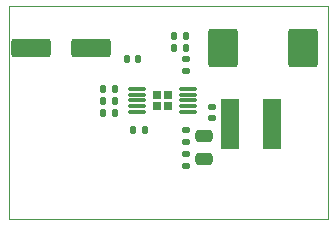
<source format=gbr>
G04 #@! TF.GenerationSoftware,KiCad,Pcbnew,8.0.3*
G04 #@! TF.CreationDate,2024-08-02T23:53:27+02:00*
G04 #@! TF.ProjectId,powermod,706f7765-726d-46f6-942e-6b696361645f,rev?*
G04 #@! TF.SameCoordinates,PXf42400PY2719c40*
G04 #@! TF.FileFunction,Paste,Top*
G04 #@! TF.FilePolarity,Positive*
%FSLAX46Y46*%
G04 Gerber Fmt 4.6, Leading zero omitted, Abs format (unit mm)*
G04 Created by KiCad (PCBNEW 8.0.3) date 2024-08-02 23:53:27*
%MOMM*%
%LPD*%
G01*
G04 APERTURE LIST*
G04 Aperture macros list*
%AMRoundRect*
0 Rectangle with rounded corners*
0 $1 Rounding radius*
0 $2 $3 $4 $5 $6 $7 $8 $9 X,Y pos of 4 corners*
0 Add a 4 corners polygon primitive as box body*
4,1,4,$2,$3,$4,$5,$6,$7,$8,$9,$2,$3,0*
0 Add four circle primitives for the rounded corners*
1,1,$1+$1,$2,$3*
1,1,$1+$1,$4,$5*
1,1,$1+$1,$6,$7*
1,1,$1+$1,$8,$9*
0 Add four rect primitives between the rounded corners*
20,1,$1+$1,$2,$3,$4,$5,0*
20,1,$1+$1,$4,$5,$6,$7,0*
20,1,$1+$1,$6,$7,$8,$9,0*
20,1,$1+$1,$8,$9,$2,$3,0*%
G04 Aperture macros list end*
%ADD10RoundRect,0.250000X1.412500X0.550000X-1.412500X0.550000X-1.412500X-0.550000X1.412500X-0.550000X0*%
%ADD11RoundRect,0.185000X-0.185000X-0.195000X0.185000X-0.195000X0.185000X0.195000X-0.185000X0.195000X0*%
%ADD12RoundRect,0.075000X-0.650000X-0.075000X0.650000X-0.075000X0.650000X0.075000X-0.650000X0.075000X0*%
%ADD13RoundRect,0.135000X-0.185000X0.135000X-0.185000X-0.135000X0.185000X-0.135000X0.185000X0.135000X0*%
%ADD14RoundRect,0.135000X0.135000X0.185000X-0.135000X0.185000X-0.135000X-0.185000X0.135000X-0.185000X0*%
%ADD15RoundRect,0.135000X-0.135000X-0.185000X0.135000X-0.185000X0.135000X0.185000X-0.135000X0.185000X0*%
%ADD16RoundRect,0.135000X0.185000X-0.135000X0.185000X0.135000X-0.185000X0.135000X-0.185000X-0.135000X0*%
%ADD17R,1.500000X4.200000*%
%ADD18RoundRect,0.250000X1.000000X-1.400000X1.000000X1.400000X-1.000000X1.400000X-1.000000X-1.400000X0*%
%ADD19RoundRect,0.140000X0.170000X-0.140000X0.170000X0.140000X-0.170000X0.140000X-0.170000X-0.140000X0*%
%ADD20RoundRect,0.140000X-0.140000X-0.170000X0.140000X-0.170000X0.140000X0.170000X-0.140000X0.170000X0*%
%ADD21RoundRect,0.250000X0.475000X-0.250000X0.475000X0.250000X-0.475000X0.250000X-0.475000X-0.250000X0*%
%ADD22RoundRect,0.140000X0.140000X0.170000X-0.140000X0.170000X-0.140000X-0.170000X0.140000X-0.170000X0*%
G04 #@! TA.AperFunction,Profile*
%ADD23C,0.120000*%
G04 #@! TD*
G04 APERTURE END LIST*
D10*
X6930640Y-1500000D03*
X1855640Y-1500000D03*
D11*
X12580000Y-5500000D03*
X12580000Y-6440000D03*
X13500000Y-5500000D03*
X13500000Y-6440000D03*
D12*
X10890000Y-4970000D03*
X10890000Y-5470000D03*
X10890000Y-5970000D03*
X10890000Y-6470000D03*
X10890000Y-6970000D03*
X15190000Y-6970000D03*
X15190000Y-6470000D03*
X15190000Y-5970000D03*
X15190000Y-5470000D03*
X15190000Y-4970000D03*
D13*
X15000000Y-2490000D03*
X15000000Y-3510000D03*
D14*
X11510000Y-8500000D03*
X10490000Y-8500000D03*
X9010000Y-5000000D03*
X7990000Y-5000000D03*
X9010000Y-7000000D03*
X7990000Y-7000000D03*
D15*
X7990000Y-6000000D03*
X9010000Y-6000000D03*
D16*
X15000000Y-9510000D03*
X15000000Y-8490000D03*
X15000000Y-11510000D03*
X15000000Y-10490000D03*
D17*
X18700000Y-8000000D03*
X22300000Y-8000000D03*
D18*
X18100000Y-1500000D03*
X24900000Y-1500000D03*
D19*
X17204121Y-7495657D03*
X17204121Y-6535657D03*
D20*
X14020000Y-1500000D03*
X14980000Y-1500000D03*
X10020000Y-2500000D03*
X10980000Y-2500000D03*
D21*
X16500000Y-10900000D03*
X16500000Y-9000000D03*
D22*
X14980000Y-500000D03*
X14020000Y-500000D03*
D23*
X0Y-16000000D02*
X27000000Y-16000000D01*
X27000000Y2000000D02*
X0Y2000000D01*
X27000000Y-16000000D02*
X27000000Y2000000D01*
X0Y2000000D02*
X0Y-16000000D01*
M02*

</source>
